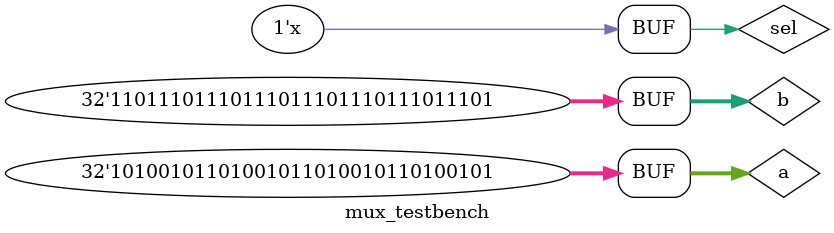
<source format=v>
`timescale 1ns / 1ps
/*
Names: Beverly Abadines (004737953), Kyle Lee (005054981)
Term: Spring 2016
Class: CSE 401
Module: mux_testbench.v
Lab: 2
Date: May 3rd, 2016

Test the mux module. Refer to mux.v 
*/
module mux_testbench;

	// Inputs
	reg [31:0] a, b;
	reg sel;

	// Outputs
	wire [31:0] y;

	// Instantiate the Unit Under Test (UUT)
	mux uut (
		.y(y), //.UUT_var(Testbench_var), Testbench_var PASS the values into the UUT_var
		.a(a), 
		.b(b),
		.sel(sel)
	);
						//initial is typically for Testbenches
	initial begin	// Initialize Inputs, all inputs must be REGISTERS!
		a = 32'hAAAAAAAA;		// Time = 1
		b = 32'h55555555;
		sel = 1'b1;				// at Time = 1 y should be AAAAAAAA 
		#10;						// delay 10 ticks on clock, "increase time by 10 ticks"
									// Time = 11
		a = 32'h00000000;		// sel has not changed; at Time = 11 y should be = a = 00000000
		#10;						// Time = 21
		
		sel = 1'b1;				// sel = 1, same value as a 
		#10;						// Time = 31
			
		b = 32'hFFFFFFFF;		
		#5;						// Time = 36
		
		a = 32'hA5A5A5A5;		// at Time 36, y = a5a5a5a5
		#5;						// Time = 41
		
		sel = 1'b0;				// sel = 0; 
		b = 32'hDDDDDDDD;		// at Time = 41, y = DDDDDDDD, so tricky run lines, wipe data until delay
		#5;						// Time  = 46
		
		sel = 1'bx; 			// x exists in hex, and deci as well; x indicates don't care condition
	end
	
	always @(a or b or sel)
		#1 $display ("At t = %0d sel = %b a = %h b = %h y = %h",
			$time, sel, a, b, y);
endmodule 





</source>
